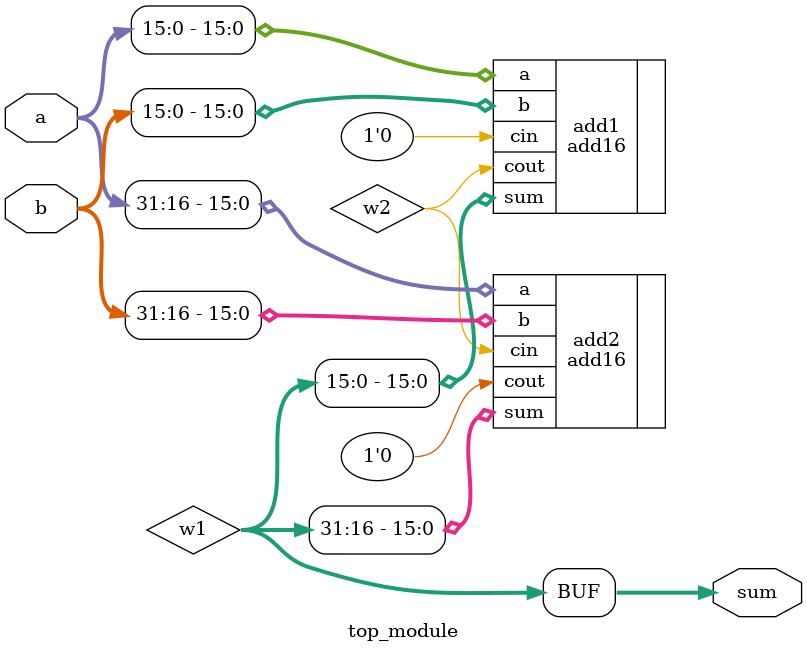
<source format=v>
module top_module(
    input [31:0] a,
    input [31:0] b,
    output [31:0] sum
);
    
    wire [31:0] w1;
    wire w2;

    add16 add1 (.a(a[15:0]), .b (b[15:0]), .cin(1'b0), .sum(w1[15:0]), .cout(w2));
    add16 add2 (.a(a[31:16]), .b (b[31:16]), .cin(w2), .sum(w1[31:16]), .cout(1'b0));
    
    assign sum = w1;
    
endmodule



</source>
